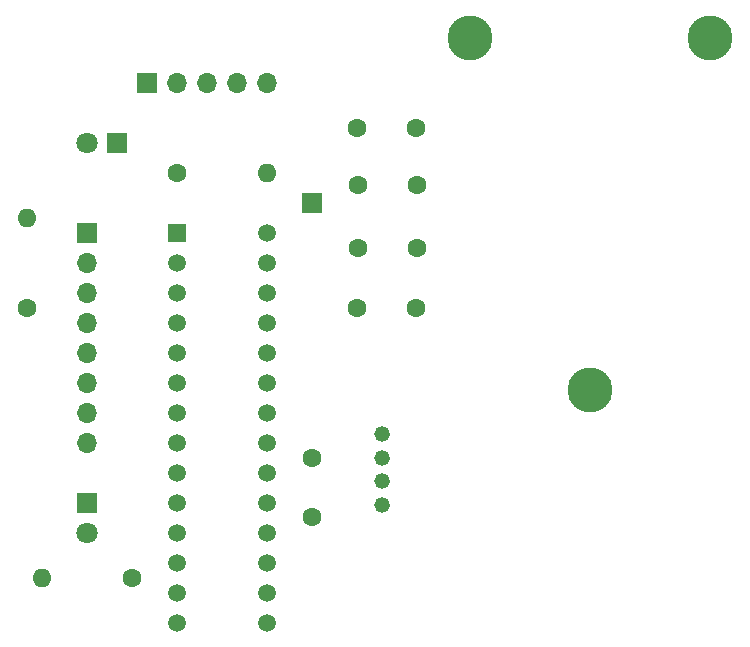
<source format=gbr>
%TF.GenerationSoftware,KiCad,Pcbnew,7.0.10-7.0.10~ubuntu23.04.1*%
%TF.CreationDate,2024-04-20T16:35:45-05:00*%
%TF.ProjectId,GPS-MINPOINT,4750532d-4d49-44e5-904f-494e542e6b69,V001*%
%TF.SameCoordinates,Original*%
%TF.FileFunction,Soldermask,Top*%
%TF.FilePolarity,Negative*%
%FSLAX46Y46*%
G04 Gerber Fmt 4.6, Leading zero omitted, Abs format (unit mm)*
G04 Created by KiCad (PCBNEW 7.0.10-7.0.10~ubuntu23.04.1) date 2024-04-20 16:35:45*
%MOMM*%
%LPD*%
G01*
G04 APERTURE LIST*
%ADD10C,3.800000*%
%ADD11R,1.498600X1.498600*%
%ADD12C,1.498600*%
%ADD13C,1.320800*%
%ADD14C,1.600000*%
%ADD15O,1.600000X1.600000*%
%ADD16R,1.700000X1.700000*%
%ADD17O,1.700000X1.700000*%
%ADD18R,1.800000X1.800000*%
%ADD19C,1.800000*%
G04 APERTURE END LIST*
D10*
%TO.C,*%
X167640000Y-81915000D03*
%TD*%
%TO.C,REF\u002A\u002A*%
X167640000Y-81915000D03*
%TD*%
%TO.C,*%
X187960000Y-81915000D03*
%TD*%
%TO.C,REF\u002A\u002A*%
X187960000Y-81915000D03*
%TD*%
%TO.C,REF\u002A\u002A*%
X177800000Y-111760000D03*
%TD*%
D11*
%TO.C,U2*%
X142875000Y-98425000D03*
D12*
X142875000Y-100965000D03*
X142875000Y-103505000D03*
X142875000Y-106045000D03*
X142875000Y-108585000D03*
X142875000Y-111125000D03*
X142875000Y-113665000D03*
X142875000Y-116205000D03*
X142875000Y-118745000D03*
X142875000Y-121285000D03*
X142875000Y-123825000D03*
X142875000Y-126365000D03*
X142875000Y-128905000D03*
X142875000Y-131445000D03*
X150495000Y-131445000D03*
X150495000Y-128905000D03*
X150495000Y-126365000D03*
X150495000Y-123825000D03*
X150495000Y-121285000D03*
X150495000Y-118745000D03*
X150495000Y-116205000D03*
X150495000Y-113665000D03*
X150495000Y-111125000D03*
X150495000Y-108585000D03*
X150495000Y-106045000D03*
X150495000Y-103505000D03*
X150495000Y-100965000D03*
X150495000Y-98425000D03*
%TD*%
D13*
%TO.C,J1*%
X160180601Y-121475000D03*
X160180601Y-119475001D03*
X160180601Y-117475000D03*
X160180601Y-115475002D03*
%TD*%
D14*
%TO.C,R3*%
X142875000Y-93345000D03*
D15*
X150495000Y-93345000D03*
%TD*%
D14*
%TO.C,R2*%
X139065000Y-127635000D03*
D15*
X131445000Y-127635000D03*
%TD*%
D14*
%TO.C,R1*%
X130175000Y-104775000D03*
D15*
X130175000Y-97155000D03*
%TD*%
D16*
%TO.C,J4*%
X154305000Y-95885000D03*
%TD*%
%TO.C,J3*%
X135255000Y-98425000D03*
D17*
X135255000Y-100965000D03*
X135255000Y-103505000D03*
X135255000Y-106045000D03*
X135255000Y-108585000D03*
X135255000Y-111125000D03*
X135255000Y-113665000D03*
X135255000Y-116205000D03*
%TD*%
D14*
%TO.C,C5*%
X158115000Y-104775000D03*
X163115000Y-104775000D03*
%TD*%
%TO.C,C4*%
X154305000Y-122515000D03*
X154305000Y-117515000D03*
%TD*%
%TO.C,C3*%
X158155000Y-99695000D03*
X163155000Y-99695000D03*
%TD*%
%TO.C,C2*%
X158155000Y-94375000D03*
X163155000Y-94375000D03*
%TD*%
%TO.C,C1*%
X158115000Y-89535000D03*
X163115000Y-89535000D03*
%TD*%
D18*
%TO.C,D2*%
X135255000Y-121285000D03*
D19*
X135255000Y-123825000D03*
%TD*%
D16*
%TO.C,J2*%
X140335000Y-85725000D03*
D17*
X142875000Y-85725000D03*
X145415000Y-85725000D03*
X147955000Y-85725000D03*
X150495000Y-85725000D03*
%TD*%
D18*
%TO.C,D1*%
X137795000Y-90805000D03*
D19*
X135255000Y-90805000D03*
%TD*%
M02*

</source>
